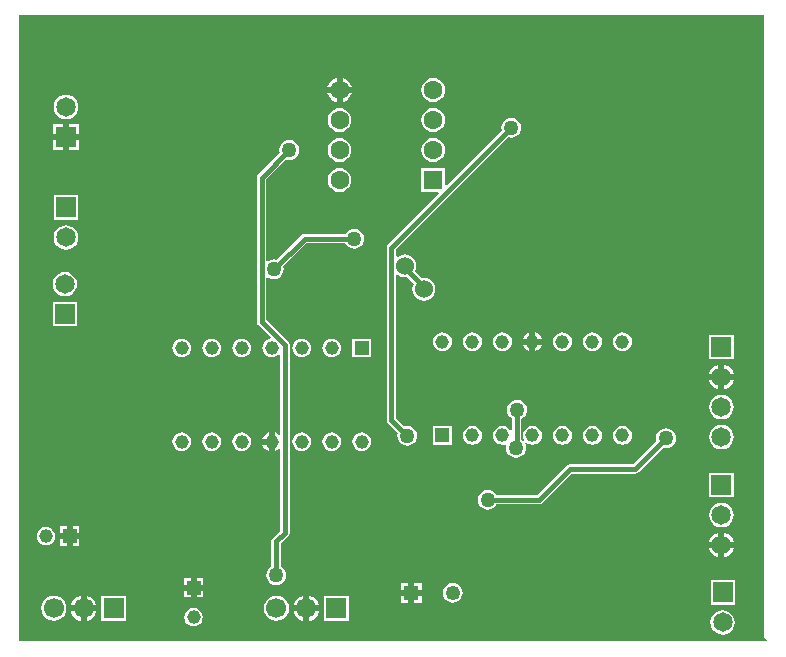
<source format=gbl>
G04*
G04 #@! TF.GenerationSoftware,Altium Limited,Altium Designer,19.1.9 (167)*
G04*
G04 Layer_Physical_Order=2*
G04 Layer_Color=16711680*
%FSLAX43Y43*%
%MOMM*%
G71*
G01*
G75*
%ADD34R,1.150X1.150*%
%ADD35C,1.150*%
%ADD38R,1.150X1.150*%
%ADD39R,1.250X1.250*%
%ADD40C,1.250*%
%ADD56C,0.381*%
%ADD57R,1.600X1.600*%
%ADD58C,1.600*%
%ADD59C,1.524*%
%ADD60R,1.159X1.159*%
%ADD61C,1.159*%
%ADD62R,1.700X1.700*%
%ADD63C,1.700*%
%ADD64C,1.651*%
%ADD65R,1.651X1.651*%
%ADD66C,1.270*%
G36*
X63400Y900D02*
X63673Y627D01*
X63620Y500D01*
X300D01*
Y53496D01*
X63400D01*
Y900D01*
D02*
G37*
%LPC*%
G36*
X27714Y48210D02*
Y47434D01*
X28490D01*
X28487Y47455D01*
X28381Y47712D01*
X28212Y47932D01*
X27992Y48101D01*
X27735Y48207D01*
X27714Y48210D01*
D02*
G37*
G36*
X27206D02*
X27185Y48207D01*
X26928Y48101D01*
X26708Y47932D01*
X26539Y47712D01*
X26433Y47455D01*
X26430Y47434D01*
X27206D01*
Y48210D01*
D02*
G37*
G36*
X35400Y48192D02*
X35138Y48157D01*
X34894Y48056D01*
X34685Y47895D01*
X34524Y47686D01*
X34423Y47442D01*
X34388Y47180D01*
X34423Y46918D01*
X34524Y46674D01*
X34685Y46465D01*
X34894Y46304D01*
X35138Y46203D01*
X35400Y46168D01*
X35662Y46203D01*
X35906Y46304D01*
X36115Y46465D01*
X36276Y46674D01*
X36377Y46918D01*
X36412Y47180D01*
X36377Y47442D01*
X36276Y47686D01*
X36115Y47895D01*
X35906Y48056D01*
X35662Y48157D01*
X35400Y48192D01*
D02*
G37*
G36*
X28490Y46926D02*
X27714D01*
Y46150D01*
X27735Y46153D01*
X27992Y46259D01*
X28212Y46428D01*
X28381Y46648D01*
X28487Y46905D01*
X28490Y46926D01*
D02*
G37*
G36*
X27206D02*
X26430D01*
X26433Y46905D01*
X26539Y46648D01*
X26708Y46428D01*
X26928Y46259D01*
X27185Y46153D01*
X27206Y46150D01*
Y46926D01*
D02*
G37*
G36*
X4300Y46778D02*
X4031Y46742D01*
X3781Y46639D01*
X3566Y46474D01*
X3401Y46259D01*
X3298Y46009D01*
X3262Y45740D01*
X3298Y45471D01*
X3401Y45221D01*
X3566Y45006D01*
X3781Y44841D01*
X4031Y44738D01*
X4300Y44702D01*
X4569Y44738D01*
X4819Y44841D01*
X5034Y45006D01*
X5199Y45221D01*
X5302Y45471D01*
X5338Y45740D01*
X5302Y46009D01*
X5199Y46259D01*
X5034Y46474D01*
X4819Y46639D01*
X4569Y46742D01*
X4300Y46778D01*
D02*
G37*
G36*
X35400Y45652D02*
X35138Y45617D01*
X34894Y45516D01*
X34685Y45355D01*
X34524Y45146D01*
X34423Y44902D01*
X34388Y44640D01*
X34423Y44378D01*
X34524Y44134D01*
X34685Y43925D01*
X34894Y43764D01*
X35138Y43663D01*
X35400Y43628D01*
X35662Y43663D01*
X35906Y43764D01*
X36115Y43925D01*
X36276Y44134D01*
X36377Y44378D01*
X36412Y44640D01*
X36377Y44902D01*
X36276Y45146D01*
X36115Y45355D01*
X35906Y45516D01*
X35662Y45617D01*
X35400Y45652D01*
D02*
G37*
G36*
X27460D02*
X27198Y45617D01*
X26954Y45516D01*
X26745Y45355D01*
X26584Y45146D01*
X26483Y44902D01*
X26448Y44640D01*
X26483Y44378D01*
X26584Y44134D01*
X26745Y43925D01*
X26954Y43764D01*
X27198Y43663D01*
X27460Y43628D01*
X27722Y43663D01*
X27966Y43764D01*
X28175Y43925D01*
X28336Y44134D01*
X28437Y44378D01*
X28472Y44640D01*
X28437Y44902D01*
X28336Y45146D01*
X28175Y45355D01*
X27966Y45516D01*
X27722Y45617D01*
X27460Y45652D01*
D02*
G37*
G36*
X5379Y44279D02*
X4554D01*
Y43454D01*
X5379D01*
Y44279D01*
D02*
G37*
G36*
X4046D02*
X3220D01*
Y43454D01*
X4046D01*
Y44279D01*
D02*
G37*
G36*
X42000Y44845D02*
X41781Y44817D01*
X41577Y44732D01*
X41402Y44598D01*
X41268Y44423D01*
X41183Y44219D01*
X41155Y44000D01*
X41183Y43781D01*
X41192Y43760D01*
X36521Y39088D01*
X36403Y39137D01*
Y40563D01*
X34397D01*
Y38557D01*
X35823D01*
X35872Y38439D01*
X31560Y34128D01*
X31473Y33998D01*
X31443Y33844D01*
Y19256D01*
X31473Y19102D01*
X31560Y18972D01*
X32392Y18140D01*
X32383Y18119D01*
X32355Y17900D01*
X32383Y17681D01*
X32468Y17477D01*
X32602Y17302D01*
X32777Y17168D01*
X32981Y17083D01*
X33200Y17055D01*
X33419Y17083D01*
X33623Y17168D01*
X33798Y17302D01*
X33932Y17477D01*
X34017Y17681D01*
X34045Y17900D01*
X34017Y18119D01*
X33932Y18323D01*
X33798Y18498D01*
X33623Y18632D01*
X33419Y18717D01*
X33200Y18745D01*
X32981Y18717D01*
X32960Y18708D01*
X32246Y19422D01*
Y31502D01*
X32373Y31565D01*
X32513Y31457D01*
X32748Y31360D01*
X33000Y31326D01*
X33182Y31350D01*
X33754Y30779D01*
X33660Y30552D01*
X33626Y30300D01*
X33660Y30048D01*
X33757Y29813D01*
X33912Y29612D01*
X34113Y29457D01*
X34348Y29360D01*
X34600Y29326D01*
X34852Y29360D01*
X35087Y29457D01*
X35288Y29612D01*
X35443Y29813D01*
X35540Y30048D01*
X35574Y30300D01*
X35540Y30552D01*
X35443Y30787D01*
X35288Y30988D01*
X35087Y31143D01*
X34852Y31240D01*
X34600Y31274D01*
X34418Y31250D01*
X33846Y31821D01*
X33940Y32048D01*
X33974Y32300D01*
X33940Y32552D01*
X33843Y32787D01*
X33688Y32988D01*
X33487Y33143D01*
X33252Y33240D01*
X33000Y33274D01*
X32748Y33240D01*
X32513Y33143D01*
X32373Y33035D01*
X32246Y33098D01*
Y33678D01*
X41760Y43192D01*
X41781Y43183D01*
X42000Y43155D01*
X42219Y43183D01*
X42423Y43268D01*
X42598Y43402D01*
X42732Y43577D01*
X42817Y43781D01*
X42845Y44000D01*
X42817Y44219D01*
X42732Y44423D01*
X42598Y44598D01*
X42423Y44732D01*
X42219Y44817D01*
X42000Y44845D01*
D02*
G37*
G36*
X5379Y42946D02*
X4554D01*
Y42120D01*
X5379D01*
Y42946D01*
D02*
G37*
G36*
X4046D02*
X3220D01*
Y42120D01*
X4046D01*
Y42946D01*
D02*
G37*
G36*
X23200Y42945D02*
X22981Y42917D01*
X22777Y42832D01*
X22602Y42698D01*
X22468Y42523D01*
X22383Y42319D01*
X22355Y42100D01*
X22383Y41881D01*
X22392Y41860D01*
X20587Y40055D01*
X20500Y39925D01*
X20470Y39771D01*
Y27563D01*
X20500Y27409D01*
X20587Y27279D01*
X21624Y26243D01*
X21578Y26109D01*
X21516Y26101D01*
X21325Y26022D01*
X21162Y25896D01*
X21036Y25733D01*
X20957Y25542D01*
X20931Y25338D01*
X20957Y25134D01*
X21036Y24943D01*
X21162Y24780D01*
X21325Y24654D01*
X21516Y24575D01*
X21720Y24549D01*
X21924Y24575D01*
X22115Y24654D01*
X22278Y24780D01*
X22300Y24809D01*
X22427Y24765D01*
Y18034D01*
X22300Y18005D01*
X22140Y18128D01*
X21974Y18197D01*
Y17400D01*
Y16603D01*
X22140Y16672D01*
X22300Y16795D01*
X22427Y16766D01*
Y9864D01*
X21816Y9253D01*
X21729Y9123D01*
X21699Y8969D01*
Y6841D01*
X21677Y6832D01*
X21502Y6698D01*
X21368Y6523D01*
X21283Y6319D01*
X21255Y6100D01*
X21283Y5881D01*
X21368Y5677D01*
X21502Y5502D01*
X21677Y5368D01*
X21881Y5283D01*
X22100Y5255D01*
X22319Y5283D01*
X22523Y5368D01*
X22698Y5502D01*
X22832Y5677D01*
X22917Y5881D01*
X22945Y6100D01*
X22917Y6319D01*
X22832Y6523D01*
X22698Y6698D01*
X22523Y6832D01*
X22501Y6841D01*
Y8803D01*
X23113Y9414D01*
X23200Y9544D01*
X23230Y9698D01*
Y25606D01*
X23200Y25759D01*
X23113Y25889D01*
X21273Y27729D01*
Y31265D01*
X21400Y31327D01*
X21477Y31268D01*
X21681Y31183D01*
X21900Y31155D01*
X22119Y31183D01*
X22323Y31268D01*
X22498Y31402D01*
X22632Y31577D01*
X22717Y31781D01*
X22745Y32000D01*
X22717Y32219D01*
X22708Y32240D01*
X24666Y34199D01*
X27959D01*
X27968Y34177D01*
X28102Y34002D01*
X28277Y33868D01*
X28481Y33783D01*
X28700Y33755D01*
X28919Y33783D01*
X29123Y33868D01*
X29298Y34002D01*
X29432Y34177D01*
X29517Y34381D01*
X29545Y34600D01*
X29517Y34819D01*
X29432Y35023D01*
X29298Y35198D01*
X29123Y35332D01*
X28919Y35417D01*
X28700Y35445D01*
X28481Y35417D01*
X28277Y35332D01*
X28102Y35198D01*
X27968Y35023D01*
X27959Y35001D01*
X24500D01*
X24346Y34971D01*
X24216Y34884D01*
X22140Y32808D01*
X22119Y32817D01*
X21900Y32845D01*
X21681Y32817D01*
X21477Y32732D01*
X21400Y32673D01*
X21273Y32735D01*
Y39605D01*
X22960Y41292D01*
X22981Y41283D01*
X23200Y41255D01*
X23419Y41283D01*
X23623Y41368D01*
X23798Y41502D01*
X23932Y41677D01*
X24017Y41881D01*
X24045Y42100D01*
X24017Y42319D01*
X23932Y42523D01*
X23798Y42698D01*
X23623Y42832D01*
X23419Y42917D01*
X23200Y42945D01*
D02*
G37*
G36*
X35400Y43112D02*
X35138Y43077D01*
X34894Y42976D01*
X34685Y42815D01*
X34524Y42606D01*
X34423Y42362D01*
X34388Y42100D01*
X34423Y41838D01*
X34524Y41594D01*
X34685Y41385D01*
X34894Y41224D01*
X35138Y41123D01*
X35400Y41088D01*
X35662Y41123D01*
X35906Y41224D01*
X36115Y41385D01*
X36276Y41594D01*
X36377Y41838D01*
X36412Y42100D01*
X36377Y42362D01*
X36276Y42606D01*
X36115Y42815D01*
X35906Y42976D01*
X35662Y43077D01*
X35400Y43112D01*
D02*
G37*
G36*
X27460D02*
X27198Y43077D01*
X26954Y42976D01*
X26745Y42815D01*
X26584Y42606D01*
X26483Y42362D01*
X26448Y42100D01*
X26483Y41838D01*
X26584Y41594D01*
X26745Y41385D01*
X26954Y41224D01*
X27198Y41123D01*
X27460Y41088D01*
X27722Y41123D01*
X27966Y41224D01*
X28175Y41385D01*
X28336Y41594D01*
X28437Y41838D01*
X28472Y42100D01*
X28437Y42362D01*
X28336Y42606D01*
X28175Y42815D01*
X27966Y42976D01*
X27722Y43077D01*
X27460Y43112D01*
D02*
G37*
G36*
Y40572D02*
X27198Y40537D01*
X26954Y40436D01*
X26745Y40275D01*
X26584Y40066D01*
X26483Y39822D01*
X26448Y39560D01*
X26483Y39298D01*
X26584Y39054D01*
X26745Y38845D01*
X26954Y38684D01*
X27198Y38583D01*
X27460Y38548D01*
X27722Y38583D01*
X27966Y38684D01*
X28175Y38845D01*
X28336Y39054D01*
X28437Y39298D01*
X28472Y39560D01*
X28437Y39822D01*
X28336Y40066D01*
X28175Y40275D01*
X27966Y40436D01*
X27722Y40537D01*
X27460Y40572D01*
D02*
G37*
G36*
X5329Y38269D02*
X3271D01*
Y36211D01*
X5329D01*
Y38269D01*
D02*
G37*
G36*
X4300Y35738D02*
X4031Y35702D01*
X3781Y35599D01*
X3566Y35434D01*
X3401Y35219D01*
X3298Y34969D01*
X3262Y34700D01*
X3298Y34431D01*
X3401Y34181D01*
X3566Y33966D01*
X3781Y33801D01*
X4031Y33698D01*
X4300Y33662D01*
X4569Y33698D01*
X4819Y33801D01*
X5034Y33966D01*
X5199Y34181D01*
X5302Y34431D01*
X5338Y34700D01*
X5302Y34969D01*
X5199Y35219D01*
X5034Y35434D01*
X4819Y35599D01*
X4569Y35702D01*
X4300Y35738D01*
D02*
G37*
G36*
X4200Y31778D02*
X3931Y31742D01*
X3681Y31639D01*
X3466Y31474D01*
X3301Y31259D01*
X3198Y31009D01*
X3162Y30740D01*
X3198Y30471D01*
X3301Y30221D01*
X3466Y30006D01*
X3681Y29841D01*
X3931Y29738D01*
X4200Y29702D01*
X4469Y29738D01*
X4719Y29841D01*
X4934Y30006D01*
X5099Y30221D01*
X5202Y30471D01*
X5238Y30740D01*
X5202Y31009D01*
X5099Y31259D01*
X4934Y31474D01*
X4719Y31639D01*
X4469Y31742D01*
X4200Y31778D01*
D02*
G37*
G36*
X5229Y29229D02*
X3171D01*
Y27171D01*
X5229D01*
Y29229D01*
D02*
G37*
G36*
X44054Y26666D02*
Y26123D01*
X44597D01*
X44528Y26289D01*
X44394Y26463D01*
X44220Y26597D01*
X44054Y26666D01*
D02*
G37*
G36*
X43546Y26666D02*
X43380Y26597D01*
X43206Y26463D01*
X43072Y26289D01*
X43003Y26123D01*
X43546D01*
Y26666D01*
D02*
G37*
G36*
X51420Y26658D02*
X51216Y26632D01*
X51025Y26553D01*
X50862Y26427D01*
X50736Y26264D01*
X50657Y26073D01*
X50631Y25869D01*
X50657Y25665D01*
X50736Y25474D01*
X50862Y25311D01*
X51025Y25185D01*
X51216Y25106D01*
X51420Y25080D01*
X51624Y25106D01*
X51815Y25185D01*
X51978Y25311D01*
X52104Y25474D01*
X52183Y25665D01*
X52209Y25869D01*
X52183Y26073D01*
X52104Y26264D01*
X51978Y26427D01*
X51815Y26553D01*
X51624Y26632D01*
X51420Y26658D01*
D02*
G37*
G36*
X48880D02*
X48676Y26632D01*
X48485Y26553D01*
X48322Y26427D01*
X48196Y26264D01*
X48117Y26073D01*
X48091Y25869D01*
X48117Y25665D01*
X48196Y25474D01*
X48322Y25311D01*
X48485Y25185D01*
X48676Y25106D01*
X48880Y25080D01*
X49084Y25106D01*
X49275Y25185D01*
X49438Y25311D01*
X49564Y25474D01*
X49643Y25665D01*
X49669Y25869D01*
X49643Y26073D01*
X49564Y26264D01*
X49438Y26427D01*
X49275Y26553D01*
X49084Y26632D01*
X48880Y26658D01*
D02*
G37*
G36*
X46340D02*
X46136Y26632D01*
X45945Y26553D01*
X45782Y26427D01*
X45656Y26264D01*
X45577Y26073D01*
X45551Y25869D01*
X45577Y25665D01*
X45656Y25474D01*
X45782Y25311D01*
X45945Y25185D01*
X46136Y25106D01*
X46340Y25080D01*
X46544Y25106D01*
X46735Y25185D01*
X46898Y25311D01*
X47024Y25474D01*
X47103Y25665D01*
X47129Y25869D01*
X47103Y26073D01*
X47024Y26264D01*
X46898Y26427D01*
X46735Y26553D01*
X46544Y26632D01*
X46340Y26658D01*
D02*
G37*
G36*
X41260D02*
X41056Y26632D01*
X40865Y26553D01*
X40702Y26427D01*
X40576Y26264D01*
X40497Y26073D01*
X40471Y25869D01*
X40497Y25665D01*
X40576Y25474D01*
X40702Y25311D01*
X40865Y25185D01*
X41056Y25106D01*
X41260Y25080D01*
X41464Y25106D01*
X41655Y25185D01*
X41818Y25311D01*
X41944Y25474D01*
X42023Y25665D01*
X42049Y25869D01*
X42023Y26073D01*
X41944Y26264D01*
X41818Y26427D01*
X41655Y26553D01*
X41464Y26632D01*
X41260Y26658D01*
D02*
G37*
G36*
X38720D02*
X38516Y26632D01*
X38325Y26553D01*
X38162Y26427D01*
X38036Y26264D01*
X37957Y26073D01*
X37931Y25869D01*
X37957Y25665D01*
X38036Y25474D01*
X38162Y25311D01*
X38325Y25185D01*
X38516Y25106D01*
X38720Y25080D01*
X38924Y25106D01*
X39115Y25185D01*
X39278Y25311D01*
X39404Y25474D01*
X39483Y25665D01*
X39509Y25869D01*
X39483Y26073D01*
X39404Y26264D01*
X39278Y26427D01*
X39115Y26553D01*
X38924Y26632D01*
X38720Y26658D01*
D02*
G37*
G36*
X36180D02*
X35976Y26632D01*
X35785Y26553D01*
X35622Y26427D01*
X35496Y26264D01*
X35417Y26073D01*
X35391Y25869D01*
X35417Y25665D01*
X35496Y25474D01*
X35622Y25311D01*
X35785Y25185D01*
X35976Y25106D01*
X36180Y25080D01*
X36384Y25106D01*
X36575Y25185D01*
X36738Y25311D01*
X36864Y25474D01*
X36943Y25665D01*
X36969Y25869D01*
X36943Y26073D01*
X36864Y26264D01*
X36738Y26427D01*
X36575Y26553D01*
X36384Y26632D01*
X36180Y26658D01*
D02*
G37*
G36*
X44597Y25615D02*
X44054D01*
Y25072D01*
X44220Y25141D01*
X44394Y25275D01*
X44528Y25449D01*
X44597Y25615D01*
D02*
G37*
G36*
X43546D02*
X43003D01*
X43072Y25449D01*
X43206Y25275D01*
X43380Y25141D01*
X43546Y25072D01*
Y25615D01*
D02*
G37*
G36*
X30123Y26121D02*
X28557D01*
Y24555D01*
X30123D01*
Y26121D01*
D02*
G37*
G36*
X26800Y26127D02*
X26596Y26101D01*
X26405Y26022D01*
X26242Y25896D01*
X26116Y25733D01*
X26037Y25542D01*
X26011Y25338D01*
X26037Y25134D01*
X26116Y24943D01*
X26242Y24780D01*
X26405Y24654D01*
X26596Y24575D01*
X26800Y24549D01*
X27004Y24575D01*
X27195Y24654D01*
X27358Y24780D01*
X27484Y24943D01*
X27563Y25134D01*
X27589Y25338D01*
X27563Y25542D01*
X27484Y25733D01*
X27358Y25896D01*
X27195Y26022D01*
X27004Y26101D01*
X26800Y26127D01*
D02*
G37*
G36*
X24260D02*
X24056Y26101D01*
X23865Y26022D01*
X23702Y25896D01*
X23576Y25733D01*
X23497Y25542D01*
X23471Y25338D01*
X23497Y25134D01*
X23576Y24943D01*
X23702Y24780D01*
X23865Y24654D01*
X24056Y24575D01*
X24260Y24549D01*
X24464Y24575D01*
X24655Y24654D01*
X24818Y24780D01*
X24944Y24943D01*
X25023Y25134D01*
X25049Y25338D01*
X25023Y25542D01*
X24944Y25733D01*
X24818Y25896D01*
X24655Y26022D01*
X24464Y26101D01*
X24260Y26127D01*
D02*
G37*
G36*
X19180D02*
X18976Y26101D01*
X18785Y26022D01*
X18622Y25896D01*
X18496Y25733D01*
X18417Y25542D01*
X18391Y25338D01*
X18417Y25134D01*
X18496Y24943D01*
X18622Y24780D01*
X18785Y24654D01*
X18976Y24575D01*
X19180Y24549D01*
X19384Y24575D01*
X19575Y24654D01*
X19738Y24780D01*
X19864Y24943D01*
X19943Y25134D01*
X19969Y25338D01*
X19943Y25542D01*
X19864Y25733D01*
X19738Y25896D01*
X19575Y26022D01*
X19384Y26101D01*
X19180Y26127D01*
D02*
G37*
G36*
X16640D02*
X16436Y26101D01*
X16245Y26022D01*
X16082Y25896D01*
X15956Y25733D01*
X15877Y25542D01*
X15851Y25338D01*
X15877Y25134D01*
X15956Y24943D01*
X16082Y24780D01*
X16245Y24654D01*
X16436Y24575D01*
X16640Y24549D01*
X16844Y24575D01*
X17035Y24654D01*
X17198Y24780D01*
X17324Y24943D01*
X17403Y25134D01*
X17429Y25338D01*
X17403Y25542D01*
X17324Y25733D01*
X17198Y25896D01*
X17035Y26022D01*
X16844Y26101D01*
X16640Y26127D01*
D02*
G37*
G36*
X14100D02*
X13896Y26101D01*
X13705Y26022D01*
X13542Y25896D01*
X13416Y25733D01*
X13337Y25542D01*
X13311Y25338D01*
X13337Y25134D01*
X13416Y24943D01*
X13542Y24780D01*
X13705Y24654D01*
X13896Y24575D01*
X14100Y24549D01*
X14304Y24575D01*
X14495Y24654D01*
X14658Y24780D01*
X14784Y24943D01*
X14863Y25134D01*
X14889Y25338D01*
X14863Y25542D01*
X14784Y25733D01*
X14658Y25896D01*
X14495Y26022D01*
X14304Y26101D01*
X14100Y26127D01*
D02*
G37*
G36*
X60829Y26449D02*
X58771D01*
Y24391D01*
X60829D01*
Y26449D01*
D02*
G37*
G36*
X60054Y23935D02*
Y23134D01*
X60855D01*
X60852Y23162D01*
X60743Y23424D01*
X60570Y23650D01*
X60344Y23823D01*
X60082Y23932D01*
X60054Y23935D01*
D02*
G37*
G36*
X59546D02*
X59518Y23932D01*
X59256Y23823D01*
X59030Y23650D01*
X58857Y23424D01*
X58748Y23162D01*
X58745Y23134D01*
X59546D01*
Y23935D01*
D02*
G37*
G36*
X60855Y22626D02*
X60054D01*
Y21825D01*
X60082Y21828D01*
X60344Y21937D01*
X60570Y22110D01*
X60743Y22336D01*
X60852Y22598D01*
X60855Y22626D01*
D02*
G37*
G36*
X59546D02*
X58745D01*
X58748Y22598D01*
X58857Y22336D01*
X59030Y22110D01*
X59256Y21937D01*
X59518Y21828D01*
X59546Y21825D01*
Y22626D01*
D02*
G37*
G36*
X59800Y21378D02*
X59531Y21342D01*
X59281Y21239D01*
X59066Y21074D01*
X58901Y20859D01*
X58798Y20609D01*
X58762Y20340D01*
X58798Y20071D01*
X58901Y19821D01*
X59066Y19606D01*
X59281Y19441D01*
X59531Y19338D01*
X59800Y19302D01*
X60069Y19338D01*
X60319Y19441D01*
X60534Y19606D01*
X60699Y19821D01*
X60802Y20071D01*
X60838Y20340D01*
X60802Y20609D01*
X60699Y20859D01*
X60534Y21074D01*
X60319Y21239D01*
X60069Y21342D01*
X59800Y21378D01*
D02*
G37*
G36*
X42500Y20945D02*
X42281Y20917D01*
X42077Y20832D01*
X41902Y20698D01*
X41768Y20523D01*
X41683Y20319D01*
X41655Y20100D01*
X41683Y19881D01*
X41768Y19677D01*
X41902Y19502D01*
X42049Y19390D01*
Y18388D01*
X41922Y18355D01*
X41818Y18489D01*
X41655Y18615D01*
X41464Y18694D01*
X41260Y18720D01*
X41056Y18694D01*
X40865Y18615D01*
X40702Y18489D01*
X40576Y18326D01*
X40497Y18135D01*
X40471Y17931D01*
X40497Y17727D01*
X40576Y17536D01*
X40702Y17373D01*
X40865Y17247D01*
X41056Y17168D01*
X41260Y17142D01*
X41464Y17168D01*
X41480Y17175D01*
X41578Y17078D01*
X41555Y16900D01*
X41583Y16681D01*
X41668Y16477D01*
X41802Y16302D01*
X41977Y16168D01*
X42181Y16083D01*
X42400Y16055D01*
X42619Y16083D01*
X42823Y16168D01*
X42998Y16302D01*
X43132Y16477D01*
X43217Y16681D01*
X43245Y16900D01*
X43217Y17119D01*
X43144Y17294D01*
X43242Y17373D01*
X43405Y17247D01*
X43596Y17168D01*
X43800Y17142D01*
X44004Y17168D01*
X44195Y17247D01*
X44358Y17373D01*
X44484Y17536D01*
X44563Y17727D01*
X44589Y17931D01*
X44563Y18135D01*
X44484Y18326D01*
X44358Y18489D01*
X44195Y18615D01*
X44004Y18694D01*
X43800Y18720D01*
X43596Y18694D01*
X43405Y18615D01*
X43242Y18489D01*
X43116Y18326D01*
X43037Y18135D01*
X43011Y17931D01*
X43037Y17727D01*
X43102Y17570D01*
X42998Y17498D01*
X42851Y17610D01*
Y19338D01*
X42923Y19368D01*
X43098Y19502D01*
X43232Y19677D01*
X43317Y19881D01*
X43345Y20100D01*
X43317Y20319D01*
X43232Y20523D01*
X43098Y20698D01*
X42923Y20832D01*
X42719Y20917D01*
X42500Y20945D01*
D02*
G37*
G36*
X21466Y18197D02*
X21300Y18128D01*
X21126Y17994D01*
X20992Y17820D01*
X20923Y17654D01*
X21466D01*
Y18197D01*
D02*
G37*
G36*
X36963Y18714D02*
X35397D01*
Y17148D01*
X36963D01*
Y18714D01*
D02*
G37*
G36*
X51420Y18720D02*
X51216Y18694D01*
X51025Y18615D01*
X50862Y18489D01*
X50736Y18326D01*
X50657Y18135D01*
X50631Y17931D01*
X50657Y17727D01*
X50736Y17536D01*
X50862Y17373D01*
X51025Y17247D01*
X51216Y17168D01*
X51420Y17142D01*
X51624Y17168D01*
X51815Y17247D01*
X51978Y17373D01*
X52104Y17536D01*
X52183Y17727D01*
X52209Y17931D01*
X52183Y18135D01*
X52104Y18326D01*
X51978Y18489D01*
X51815Y18615D01*
X51624Y18694D01*
X51420Y18720D01*
D02*
G37*
G36*
X48880D02*
X48676Y18694D01*
X48485Y18615D01*
X48322Y18489D01*
X48196Y18326D01*
X48117Y18135D01*
X48091Y17931D01*
X48117Y17727D01*
X48196Y17536D01*
X48322Y17373D01*
X48485Y17247D01*
X48676Y17168D01*
X48880Y17142D01*
X49084Y17168D01*
X49275Y17247D01*
X49438Y17373D01*
X49564Y17536D01*
X49643Y17727D01*
X49669Y17931D01*
X49643Y18135D01*
X49564Y18326D01*
X49438Y18489D01*
X49275Y18615D01*
X49084Y18694D01*
X48880Y18720D01*
D02*
G37*
G36*
X46340D02*
X46136Y18694D01*
X45945Y18615D01*
X45782Y18489D01*
X45656Y18326D01*
X45577Y18135D01*
X45551Y17931D01*
X45577Y17727D01*
X45656Y17536D01*
X45782Y17373D01*
X45945Y17247D01*
X46136Y17168D01*
X46340Y17142D01*
X46544Y17168D01*
X46735Y17247D01*
X46898Y17373D01*
X47024Y17536D01*
X47103Y17727D01*
X47129Y17931D01*
X47103Y18135D01*
X47024Y18326D01*
X46898Y18489D01*
X46735Y18615D01*
X46544Y18694D01*
X46340Y18720D01*
D02*
G37*
G36*
X38720D02*
X38516Y18694D01*
X38325Y18615D01*
X38162Y18489D01*
X38036Y18326D01*
X37957Y18135D01*
X37931Y17931D01*
X37957Y17727D01*
X38036Y17536D01*
X38162Y17373D01*
X38325Y17247D01*
X38516Y17168D01*
X38720Y17142D01*
X38924Y17168D01*
X39115Y17247D01*
X39278Y17373D01*
X39404Y17536D01*
X39483Y17727D01*
X39509Y17931D01*
X39483Y18135D01*
X39404Y18326D01*
X39278Y18489D01*
X39115Y18615D01*
X38924Y18694D01*
X38720Y18720D01*
D02*
G37*
G36*
X55100Y18545D02*
X54881Y18517D01*
X54677Y18432D01*
X54502Y18298D01*
X54368Y18123D01*
X54283Y17919D01*
X54255Y17700D01*
X54283Y17481D01*
X54292Y17460D01*
X52334Y15501D01*
X46945D01*
X46792Y15471D01*
X46661Y15384D01*
X44179Y12901D01*
X40741D01*
X40732Y12923D01*
X40598Y13098D01*
X40423Y13232D01*
X40219Y13317D01*
X40000Y13345D01*
X39781Y13317D01*
X39577Y13232D01*
X39402Y13098D01*
X39268Y12923D01*
X39183Y12719D01*
X39155Y12500D01*
X39183Y12281D01*
X39268Y12077D01*
X39402Y11902D01*
X39577Y11768D01*
X39781Y11683D01*
X40000Y11655D01*
X40219Y11683D01*
X40423Y11768D01*
X40598Y11902D01*
X40732Y12077D01*
X40741Y12099D01*
X44345D01*
X44499Y12129D01*
X44629Y12216D01*
X47111Y14699D01*
X52500D01*
X52654Y14729D01*
X52784Y14816D01*
X54860Y16892D01*
X54881Y16883D01*
X55100Y16855D01*
X55319Y16883D01*
X55523Y16968D01*
X55698Y17102D01*
X55832Y17277D01*
X55917Y17481D01*
X55945Y17700D01*
X55917Y17919D01*
X55832Y18123D01*
X55698Y18298D01*
X55523Y18432D01*
X55319Y18517D01*
X55100Y18545D01*
D02*
G37*
G36*
X59800Y18838D02*
X59531Y18802D01*
X59281Y18699D01*
X59066Y18534D01*
X58901Y18319D01*
X58798Y18069D01*
X58762Y17800D01*
X58798Y17531D01*
X58901Y17281D01*
X59066Y17066D01*
X59281Y16901D01*
X59531Y16798D01*
X59800Y16762D01*
X60069Y16798D01*
X60319Y16901D01*
X60534Y17066D01*
X60699Y17281D01*
X60802Y17531D01*
X60838Y17800D01*
X60802Y18069D01*
X60699Y18319D01*
X60534Y18534D01*
X60319Y18699D01*
X60069Y18802D01*
X59800Y18838D01*
D02*
G37*
G36*
X29340Y18189D02*
X29136Y18163D01*
X28945Y18084D01*
X28782Y17958D01*
X28656Y17795D01*
X28577Y17604D01*
X28551Y17400D01*
X28577Y17196D01*
X28656Y17005D01*
X28782Y16842D01*
X28945Y16716D01*
X29136Y16637D01*
X29340Y16611D01*
X29544Y16637D01*
X29735Y16716D01*
X29898Y16842D01*
X30024Y17005D01*
X30103Y17196D01*
X30129Y17400D01*
X30103Y17604D01*
X30024Y17795D01*
X29898Y17958D01*
X29735Y18084D01*
X29544Y18163D01*
X29340Y18189D01*
D02*
G37*
G36*
X26800D02*
X26596Y18163D01*
X26405Y18084D01*
X26242Y17958D01*
X26116Y17795D01*
X26037Y17604D01*
X26011Y17400D01*
X26037Y17196D01*
X26116Y17005D01*
X26242Y16842D01*
X26405Y16716D01*
X26596Y16637D01*
X26800Y16611D01*
X27004Y16637D01*
X27195Y16716D01*
X27358Y16842D01*
X27484Y17005D01*
X27563Y17196D01*
X27589Y17400D01*
X27563Y17604D01*
X27484Y17795D01*
X27358Y17958D01*
X27195Y18084D01*
X27004Y18163D01*
X26800Y18189D01*
D02*
G37*
G36*
X24260D02*
X24056Y18163D01*
X23865Y18084D01*
X23702Y17958D01*
X23576Y17795D01*
X23497Y17604D01*
X23471Y17400D01*
X23497Y17196D01*
X23576Y17005D01*
X23702Y16842D01*
X23865Y16716D01*
X24056Y16637D01*
X24260Y16611D01*
X24464Y16637D01*
X24655Y16716D01*
X24818Y16842D01*
X24944Y17005D01*
X25023Y17196D01*
X25049Y17400D01*
X25023Y17604D01*
X24944Y17795D01*
X24818Y17958D01*
X24655Y18084D01*
X24464Y18163D01*
X24260Y18189D01*
D02*
G37*
G36*
X19180D02*
X18976Y18163D01*
X18785Y18084D01*
X18622Y17958D01*
X18496Y17795D01*
X18417Y17604D01*
X18391Y17400D01*
X18417Y17196D01*
X18496Y17005D01*
X18622Y16842D01*
X18785Y16716D01*
X18976Y16637D01*
X19180Y16611D01*
X19384Y16637D01*
X19575Y16716D01*
X19738Y16842D01*
X19864Y17005D01*
X19943Y17196D01*
X19969Y17400D01*
X19943Y17604D01*
X19864Y17795D01*
X19738Y17958D01*
X19575Y18084D01*
X19384Y18163D01*
X19180Y18189D01*
D02*
G37*
G36*
X16640D02*
X16436Y18163D01*
X16245Y18084D01*
X16082Y17958D01*
X15956Y17795D01*
X15877Y17604D01*
X15851Y17400D01*
X15877Y17196D01*
X15956Y17005D01*
X16082Y16842D01*
X16245Y16716D01*
X16436Y16637D01*
X16640Y16611D01*
X16844Y16637D01*
X17035Y16716D01*
X17198Y16842D01*
X17324Y17005D01*
X17403Y17196D01*
X17429Y17400D01*
X17403Y17604D01*
X17324Y17795D01*
X17198Y17958D01*
X17035Y18084D01*
X16844Y18163D01*
X16640Y18189D01*
D02*
G37*
G36*
X14100D02*
X13896Y18163D01*
X13705Y18084D01*
X13542Y17958D01*
X13416Y17795D01*
X13337Y17604D01*
X13311Y17400D01*
X13337Y17196D01*
X13416Y17005D01*
X13542Y16842D01*
X13705Y16716D01*
X13896Y16637D01*
X14100Y16611D01*
X14304Y16637D01*
X14495Y16716D01*
X14658Y16842D01*
X14784Y17005D01*
X14863Y17196D01*
X14889Y17400D01*
X14863Y17604D01*
X14784Y17795D01*
X14658Y17958D01*
X14495Y18084D01*
X14304Y18163D01*
X14100Y18189D01*
D02*
G37*
G36*
X21466Y17146D02*
X20923D01*
X20992Y16980D01*
X21126Y16806D01*
X21300Y16672D01*
X21466Y16603D01*
Y17146D01*
D02*
G37*
G36*
X60829Y14769D02*
X58771D01*
Y12711D01*
X60829D01*
Y14769D01*
D02*
G37*
G36*
X59800Y12238D02*
X59531Y12202D01*
X59281Y12099D01*
X59066Y11934D01*
X58901Y11719D01*
X58798Y11469D01*
X58762Y11200D01*
X58798Y10931D01*
X58901Y10681D01*
X59066Y10466D01*
X59281Y10301D01*
X59531Y10198D01*
X59800Y10162D01*
X60069Y10198D01*
X60319Y10301D01*
X60534Y10466D01*
X60699Y10681D01*
X60802Y10931D01*
X60838Y11200D01*
X60802Y11469D01*
X60699Y11719D01*
X60534Y11934D01*
X60319Y12099D01*
X60069Y12202D01*
X59800Y12238D01*
D02*
G37*
G36*
X5429Y10229D02*
X4854D01*
Y9654D01*
X5429D01*
Y10229D01*
D02*
G37*
G36*
X4346D02*
X3771D01*
Y9654D01*
X4346D01*
Y10229D01*
D02*
G37*
G36*
X60054Y9715D02*
Y8914D01*
X60855D01*
X60852Y8942D01*
X60743Y9204D01*
X60570Y9430D01*
X60344Y9603D01*
X60082Y9712D01*
X60054Y9715D01*
D02*
G37*
G36*
X59546D02*
X59518Y9712D01*
X59256Y9603D01*
X59030Y9430D01*
X58857Y9204D01*
X58748Y8942D01*
X58745Y8914D01*
X59546D01*
Y9715D01*
D02*
G37*
G36*
X2600Y10185D02*
X2397Y10158D01*
X2208Y10080D01*
X2045Y9955D01*
X1920Y9792D01*
X1842Y9603D01*
X1815Y9400D01*
X1842Y9197D01*
X1920Y9008D01*
X2045Y8845D01*
X2208Y8720D01*
X2397Y8642D01*
X2600Y8615D01*
X2803Y8642D01*
X2992Y8720D01*
X3155Y8845D01*
X3280Y9008D01*
X3358Y9197D01*
X3385Y9400D01*
X3358Y9603D01*
X3280Y9792D01*
X3155Y9955D01*
X2992Y10080D01*
X2803Y10158D01*
X2600Y10185D01*
D02*
G37*
G36*
X5429Y9146D02*
X4854D01*
Y8571D01*
X5429D01*
Y9146D01*
D02*
G37*
G36*
X4346D02*
X3771D01*
Y8571D01*
X4346D01*
Y9146D01*
D02*
G37*
G36*
X60855Y8406D02*
X60054D01*
Y7605D01*
X60082Y7608D01*
X60344Y7717D01*
X60570Y7890D01*
X60743Y8116D01*
X60852Y8378D01*
X60855Y8406D01*
D02*
G37*
G36*
X59546D02*
X58745D01*
X58748Y8378D01*
X58857Y8116D01*
X59030Y7890D01*
X59256Y7717D01*
X59518Y7608D01*
X59546Y7605D01*
Y8406D01*
D02*
G37*
G36*
X15929Y5879D02*
X15354D01*
Y5304D01*
X15929D01*
Y5879D01*
D02*
G37*
G36*
X14846D02*
X14271D01*
Y5304D01*
X14846D01*
Y5879D01*
D02*
G37*
G36*
X34429Y5479D02*
X33804D01*
Y4854D01*
X34429D01*
Y5479D01*
D02*
G37*
G36*
X33296D02*
X32671D01*
Y4854D01*
X33296D01*
Y5479D01*
D02*
G37*
G36*
X15929Y4796D02*
X15354D01*
Y4221D01*
X15929D01*
Y4796D01*
D02*
G37*
G36*
X14846D02*
X14271D01*
Y4221D01*
X14846D01*
Y4796D01*
D02*
G37*
G36*
X37050Y5435D02*
X36834Y5407D01*
X36632Y5323D01*
X36459Y5191D01*
X36327Y5018D01*
X36243Y4816D01*
X36215Y4600D01*
X36243Y4384D01*
X36327Y4182D01*
X36459Y4009D01*
X36632Y3877D01*
X36834Y3793D01*
X37050Y3765D01*
X37266Y3793D01*
X37468Y3877D01*
X37641Y4009D01*
X37773Y4182D01*
X37857Y4384D01*
X37885Y4600D01*
X37857Y4816D01*
X37773Y5018D01*
X37641Y5191D01*
X37468Y5323D01*
X37266Y5407D01*
X37050Y5435D01*
D02*
G37*
G36*
X34429Y4346D02*
X33804D01*
Y3721D01*
X34429D01*
Y4346D01*
D02*
G37*
G36*
X33296D02*
X32671D01*
Y3721D01*
X33296D01*
Y4346D01*
D02*
G37*
G36*
X60929Y5669D02*
X58871D01*
Y3611D01*
X60929D01*
Y5669D01*
D02*
G37*
G36*
X6054Y4380D02*
Y3554D01*
X6880D01*
X6876Y3588D01*
X6764Y3857D01*
X6587Y4087D01*
X6357Y4264D01*
X6088Y4376D01*
X6054Y4380D01*
D02*
G37*
G36*
X24914Y4380D02*
Y3554D01*
X25740D01*
X25736Y3588D01*
X25624Y3857D01*
X25447Y4087D01*
X25217Y4264D01*
X24948Y4376D01*
X24914Y4380D01*
D02*
G37*
G36*
X24406D02*
X24372Y4376D01*
X24103Y4264D01*
X23873Y4087D01*
X23696Y3857D01*
X23584Y3588D01*
X23580Y3554D01*
X24406D01*
Y4380D01*
D02*
G37*
G36*
X5546D02*
X5512Y4376D01*
X5243Y4264D01*
X5013Y4087D01*
X4836Y3857D01*
X4724Y3588D01*
X4720Y3554D01*
X5546D01*
Y4380D01*
D02*
G37*
G36*
X28253Y4353D02*
X26147D01*
Y2247D01*
X28253D01*
Y4353D01*
D02*
G37*
G36*
X9393D02*
X7287D01*
Y2247D01*
X9393D01*
Y4353D01*
D02*
G37*
G36*
X22120Y4362D02*
X21845Y4326D01*
X21589Y4220D01*
X21369Y4051D01*
X21200Y3831D01*
X21094Y3575D01*
X21058Y3300D01*
X21094Y3025D01*
X21200Y2769D01*
X21369Y2549D01*
X21589Y2380D01*
X21845Y2274D01*
X22120Y2238D01*
X22395Y2274D01*
X22651Y2380D01*
X22871Y2549D01*
X23040Y2769D01*
X23146Y3025D01*
X23182Y3300D01*
X23146Y3575D01*
X23040Y3831D01*
X22871Y4051D01*
X22651Y4220D01*
X22395Y4326D01*
X22120Y4362D01*
D02*
G37*
G36*
X3260D02*
X2985Y4326D01*
X2729Y4220D01*
X2509Y4051D01*
X2340Y3831D01*
X2234Y3575D01*
X2198Y3300D01*
X2234Y3025D01*
X2340Y2769D01*
X2509Y2549D01*
X2729Y2380D01*
X2985Y2274D01*
X3260Y2238D01*
X3535Y2274D01*
X3791Y2380D01*
X4011Y2549D01*
X4180Y2769D01*
X4286Y3025D01*
X4322Y3300D01*
X4286Y3575D01*
X4180Y3831D01*
X4011Y4051D01*
X3791Y4220D01*
X3535Y4326D01*
X3260Y4362D01*
D02*
G37*
G36*
X6880Y3046D02*
X6054D01*
Y2220D01*
X6088Y2224D01*
X6357Y2336D01*
X6587Y2513D01*
X6764Y2743D01*
X6876Y3012D01*
X6880Y3046D01*
D02*
G37*
G36*
X25740D02*
X24914D01*
Y2220D01*
X24948Y2224D01*
X25217Y2336D01*
X25447Y2513D01*
X25624Y2743D01*
X25736Y3012D01*
X25740Y3046D01*
D02*
G37*
G36*
X24406D02*
X23580D01*
X23584Y3012D01*
X23696Y2743D01*
X23873Y2513D01*
X24103Y2336D01*
X24372Y2224D01*
X24406Y2220D01*
Y3046D01*
D02*
G37*
G36*
X5546D02*
X4720D01*
X4724Y3012D01*
X4836Y2743D01*
X5013Y2513D01*
X5243Y2336D01*
X5512Y2224D01*
X5546Y2220D01*
Y3046D01*
D02*
G37*
G36*
X15100Y3335D02*
X14897Y3308D01*
X14708Y3230D01*
X14545Y3105D01*
X14420Y2942D01*
X14342Y2753D01*
X14315Y2550D01*
X14342Y2347D01*
X14420Y2158D01*
X14545Y1995D01*
X14708Y1870D01*
X14897Y1792D01*
X15100Y1765D01*
X15303Y1792D01*
X15492Y1870D01*
X15655Y1995D01*
X15780Y2158D01*
X15858Y2347D01*
X15885Y2550D01*
X15858Y2753D01*
X15780Y2942D01*
X15655Y3105D01*
X15492Y3230D01*
X15303Y3308D01*
X15100Y3335D01*
D02*
G37*
G36*
X59900Y3138D02*
X59631Y3102D01*
X59381Y2999D01*
X59166Y2834D01*
X59001Y2619D01*
X58898Y2369D01*
X58862Y2100D01*
X58898Y1831D01*
X59001Y1581D01*
X59166Y1366D01*
X59381Y1201D01*
X59631Y1098D01*
X59900Y1062D01*
X60169Y1098D01*
X60419Y1201D01*
X60634Y1366D01*
X60799Y1581D01*
X60902Y1831D01*
X60938Y2100D01*
X60902Y2369D01*
X60799Y2619D01*
X60634Y2834D01*
X60419Y2999D01*
X60169Y3102D01*
X59900Y3138D01*
D02*
G37*
%LPD*%
D34*
X4600Y9400D02*
D03*
D35*
X2600D02*
D03*
X15100Y2550D02*
D03*
D38*
Y5050D02*
D03*
D39*
X33550Y4600D02*
D03*
D40*
X37050D02*
D03*
D56*
X33000Y32100D02*
X34600Y30500D01*
X33000Y32100D02*
Y32300D01*
X34600Y30300D02*
Y30500D01*
X31844Y33844D02*
X42000Y44000D01*
X31844Y19256D02*
Y33844D01*
Y19256D02*
X33200Y17900D01*
X21900Y32000D02*
X24500Y34600D01*
X28700D01*
X20871Y39771D02*
X23200Y42100D01*
X20871Y27563D02*
Y39771D01*
Y27563D02*
X22829Y25606D01*
Y9698D02*
Y25606D01*
X22100Y8969D02*
X22829Y9698D01*
X22100Y6100D02*
Y8969D01*
X52500Y15100D02*
X55100Y17700D01*
X46945Y15100D02*
X52500D01*
X44345Y12500D02*
X46945Y15100D01*
X40000Y12500D02*
X44345D01*
X42450Y20050D02*
X42500Y20100D01*
X42450Y16950D02*
Y20050D01*
X42400Y16900D02*
X42450Y16950D01*
D57*
X35400Y39560D02*
D03*
D58*
Y42100D02*
D03*
Y44640D02*
D03*
Y47180D02*
D03*
X27460D02*
D03*
Y44640D02*
D03*
Y42100D02*
D03*
Y39560D02*
D03*
D59*
X34600Y30300D02*
D03*
X33000Y32300D02*
D03*
D60*
X36180Y17931D02*
D03*
X29340Y25338D02*
D03*
D61*
X38720Y17931D02*
D03*
X41260D02*
D03*
X43800D02*
D03*
X46340D02*
D03*
X48880D02*
D03*
X51420D02*
D03*
Y25869D02*
D03*
X48880D02*
D03*
X46340D02*
D03*
X43800D02*
D03*
X41260D02*
D03*
X38720D02*
D03*
X36180D02*
D03*
X29340Y17400D02*
D03*
X26800D02*
D03*
X24260D02*
D03*
X21720D02*
D03*
X19180D02*
D03*
X16640D02*
D03*
X14100D02*
D03*
Y25338D02*
D03*
X16640D02*
D03*
X19180D02*
D03*
X21720D02*
D03*
X24260D02*
D03*
X26800D02*
D03*
D62*
X27200Y3300D02*
D03*
X8340D02*
D03*
D63*
X24660D02*
D03*
X22120D02*
D03*
X5800D02*
D03*
X3260D02*
D03*
D64*
X4300Y45740D02*
D03*
Y34700D02*
D03*
X4200Y30740D02*
D03*
X59800Y8660D02*
D03*
Y11200D02*
D03*
Y22880D02*
D03*
Y20340D02*
D03*
Y17800D02*
D03*
X59900Y2100D02*
D03*
D65*
X4300Y43200D02*
D03*
Y37240D02*
D03*
X4200Y28200D02*
D03*
X59800Y13740D02*
D03*
Y25420D02*
D03*
X59900Y4640D02*
D03*
D66*
X47400Y38200D02*
D03*
X25200Y21300D02*
D03*
X28600Y36700D02*
D03*
X42200Y48700D02*
D03*
X48600Y32800D02*
D03*
X13200Y10100D02*
D03*
X25000Y32000D02*
D03*
X32600Y50500D02*
D03*
X1300Y40300D02*
D03*
X20600Y49700D02*
D03*
X28700Y34600D02*
D03*
X24900Y39300D02*
D03*
X23200Y42100D02*
D03*
X22100Y6100D02*
D03*
X21900Y32000D02*
D03*
X42000Y44000D02*
D03*
X33200Y17900D02*
D03*
X42700Y30000D02*
D03*
X19800Y32000D02*
D03*
X44300Y14100D02*
D03*
X45800Y12500D02*
D03*
X40000D02*
D03*
X55100Y17700D02*
D03*
X42400Y16900D02*
D03*
X42500Y20100D02*
D03*
M02*

</source>
